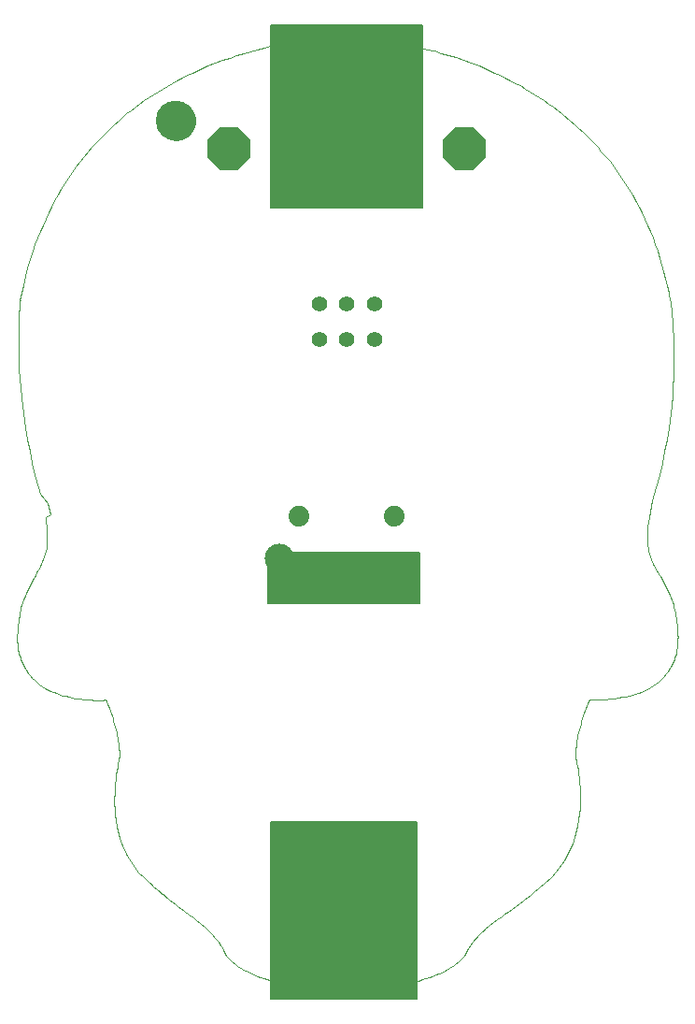
<source format=gbs>
G75*
%MOIN*%
%OFA0B0*%
%FSLAX25Y25*%
%IPPOS*%
%LPD*%
%AMOC8*
5,1,8,0,0,1.08239X$1,22.5*
%
%ADD10C,0.00394*%
%ADD11C,0.00600*%
%ADD12C,0.00000*%
%ADD13C,0.14180*%
%ADD14C,0.10400*%
%ADD15OC8,0.15400*%
%ADD16C,0.05500*%
%ADD17C,0.07400*%
D10*
X0044761Y0055133D02*
X0042859Y0059260D01*
X0042135Y0061350D01*
X0041053Y0065507D01*
X0040695Y0067573D01*
X0040476Y0069589D01*
X0040257Y0071604D01*
X0040176Y0073569D01*
X0040190Y0075445D01*
X0040204Y0077320D01*
X0040313Y0079106D01*
X0040472Y0080764D01*
X0040630Y0082423D01*
X0040840Y0083953D01*
X0041055Y0085316D01*
X0041271Y0086680D01*
X0041492Y0087877D01*
X0041676Y0088868D01*
X0041818Y0089637D01*
X0041888Y0090471D01*
X0041898Y0091351D01*
X0041907Y0092231D01*
X0041855Y0093157D01*
X0041754Y0094113D01*
X0041653Y0095068D01*
X0041503Y0096051D01*
X0041316Y0097046D01*
X0041128Y0098041D01*
X0040903Y0099046D01*
X0040652Y0100044D01*
X0040401Y0101043D01*
X0040124Y0102034D01*
X0039832Y0103000D01*
X0039541Y0103967D01*
X0039235Y0104908D01*
X0038927Y0105807D01*
X0038618Y0106705D01*
X0038307Y0107562D01*
X0038005Y0108357D01*
X0037703Y0109152D01*
X0037410Y0109887D01*
X0037137Y0110544D01*
X0037043Y0110539D01*
X0036947Y0110534D01*
X0036848Y0110530D01*
X0036749Y0110525D01*
X0036647Y0110521D01*
X0036544Y0110517D01*
X0036440Y0110513D01*
X0036334Y0110509D01*
X0036225Y0110505D01*
X0036117Y0110502D01*
X0036006Y0110498D01*
X0035893Y0110495D01*
X0035781Y0110492D01*
X0035666Y0110489D01*
X0035548Y0110487D01*
X0035431Y0110485D01*
X0035312Y0110483D01*
X0035191Y0110481D01*
X0035069Y0110479D01*
X0034946Y0110478D01*
X0034821Y0110477D01*
X0034695Y0110476D01*
X0034568Y0110476D01*
X0033686Y0110476D01*
X0032854Y0110492D01*
X0031961Y0110534D01*
X0031068Y0110576D01*
X0030115Y0110644D01*
X0029120Y0110748D01*
X0028125Y0110851D01*
X0027089Y0110990D01*
X0026029Y0111174D01*
X0024970Y0111357D01*
X0023887Y0111586D01*
X0022800Y0111869D01*
X0021713Y0112152D01*
X0020622Y0112490D01*
X0019545Y0112892D01*
X0018468Y0113294D01*
X0017406Y0113760D01*
X0015347Y0114839D01*
X0014351Y0115452D01*
X0013406Y0116149D01*
X0012462Y0116845D01*
X0011569Y0117625D01*
X0010747Y0118497D01*
X0010266Y0119009D01*
X0009817Y0119541D01*
X0009401Y0120094D01*
X0008985Y0120647D01*
X0008602Y0121220D01*
X0008252Y0121815D01*
X0007902Y0122409D01*
X0007585Y0123023D01*
X0007301Y0123658D01*
X0007017Y0124293D01*
X0006766Y0124948D01*
X0006549Y0125623D01*
X0006331Y0126298D01*
X0006146Y0126993D01*
X0005995Y0127708D01*
X0005844Y0128422D01*
X0005726Y0129156D01*
X0005557Y0130663D01*
X0005505Y0131436D01*
X0005488Y0132227D01*
X0005470Y0133019D01*
X0005486Y0133830D01*
X0005535Y0134659D01*
X0005613Y0135968D01*
X0005730Y0137195D01*
X0005878Y0138350D01*
X0006027Y0139505D01*
X0006209Y0140587D01*
X0006417Y0141607D01*
X0006626Y0142626D01*
X0006861Y0143582D01*
X0007119Y0144483D01*
X0007376Y0145385D01*
X0007656Y0146232D01*
X0008246Y0147835D01*
X0008558Y0148591D01*
X0008881Y0149311D01*
X0009203Y0150030D01*
X0009537Y0150714D01*
X0010214Y0152025D01*
X0010558Y0152652D01*
X0010902Y0153262D01*
X0011246Y0153871D01*
X0011590Y0154462D01*
X0011928Y0155043D01*
X0012398Y0155850D01*
X0012856Y0156637D01*
X0013286Y0157434D01*
X0013716Y0158230D01*
X0014119Y0159037D01*
X0014478Y0159885D01*
X0014838Y0160733D01*
X0015154Y0161623D01*
X0015413Y0162586D01*
X0015671Y0163548D01*
X0015871Y0164583D01*
X0016126Y0166862D01*
X0016179Y0168106D01*
X0016145Y0169484D01*
X0016110Y0170863D01*
X0015987Y0172378D01*
X0015760Y0174059D01*
X0015534Y0175740D01*
X0017203Y0176588D01*
X0016305Y0180681D01*
X0013737Y0183925D01*
X0013035Y0186399D01*
X0011796Y0190765D01*
X0010763Y0195073D01*
X0009904Y0199272D01*
X0009045Y0203471D01*
X0008360Y0207561D01*
X0007275Y0215420D01*
X0006875Y0218190D01*
X0006295Y0225306D01*
X0006115Y0228652D01*
X0006014Y0231736D01*
X0005913Y0234820D01*
X0005891Y0237641D01*
X0005915Y0240149D01*
X0005939Y0242656D01*
X0006010Y0244850D01*
X0006096Y0246679D01*
X0006182Y0248508D01*
X0006283Y0249971D01*
X0006367Y0251019D01*
X0006451Y0252066D01*
X0006518Y0252698D01*
X0006536Y0252862D01*
X0006535Y0252890D01*
X0006533Y0252919D01*
X0006532Y0252948D01*
X0006530Y0252976D01*
X0006528Y0253005D01*
X0006527Y0253034D01*
X0006525Y0253062D01*
X0006524Y0253091D01*
X0007017Y0255693D01*
X0007576Y0258249D01*
X0008824Y0263266D01*
X0009512Y0265727D01*
X0011020Y0270553D01*
X0011839Y0272918D01*
X0012723Y0275233D01*
X0013606Y0277549D01*
X0014555Y0279815D01*
X0015568Y0282032D01*
X0016582Y0284248D01*
X0017660Y0286414D01*
X0018803Y0288529D01*
X0019946Y0290644D01*
X0021154Y0292708D01*
X0023699Y0296732D01*
X0025036Y0298692D01*
X0026438Y0300599D01*
X0027839Y0302506D01*
X0029306Y0304359D01*
X0030836Y0306159D01*
X0032074Y0307614D01*
X0033350Y0309034D01*
X0034665Y0310419D01*
X0035979Y0311804D01*
X0037332Y0313154D01*
X0040115Y0315782D01*
X0041546Y0317060D01*
X0043014Y0318302D01*
X0044483Y0319544D01*
X0045990Y0320749D01*
X0049082Y0323087D01*
X0050667Y0324218D01*
X0052290Y0325313D01*
X0053914Y0326408D01*
X0055576Y0327465D01*
X0058977Y0329504D01*
X0060716Y0330485D01*
X0062495Y0331428D01*
X0064273Y0332372D01*
X0066090Y0333277D01*
X0067945Y0334143D01*
X0070648Y0335404D01*
X0073331Y0336539D01*
X0075973Y0337562D01*
X0078615Y0338585D01*
X0081215Y0339495D01*
X0083752Y0340304D01*
X0086290Y0341114D01*
X0088763Y0341823D01*
X0091151Y0342444D01*
X0093539Y0343065D01*
X0095841Y0343599D01*
X0100228Y0344514D01*
X0102314Y0344896D01*
X0104269Y0345215D01*
X0106224Y0345534D01*
X0108049Y0345790D01*
X0111393Y0346201D01*
X0112913Y0346356D01*
X0115601Y0346590D01*
X0116771Y0346668D01*
X0117743Y0346721D01*
X0117743Y0346809D01*
X0118212Y0346819D01*
X0118681Y0346830D01*
X0119150Y0346840D01*
X0119619Y0346850D01*
X0120088Y0346861D01*
X0120557Y0346871D01*
X0121026Y0346881D01*
X0121495Y0346892D01*
X0121764Y0346892D01*
X0122072Y0346882D01*
X0122379Y0346871D01*
X0122686Y0346861D01*
X0122993Y0346851D01*
X0123301Y0346841D01*
X0123608Y0346831D01*
X0123915Y0346821D01*
X0124222Y0346811D01*
X0124222Y0346726D01*
X0125194Y0346674D01*
X0126384Y0346597D01*
X0127764Y0346482D01*
X0129144Y0346367D01*
X0130715Y0346213D01*
X0134185Y0345806D01*
X0136084Y0345551D01*
X0138121Y0345233D01*
X0140159Y0344916D01*
X0142334Y0344535D01*
X0146907Y0343621D01*
X0149304Y0343088D01*
X0151787Y0342467D01*
X0154270Y0341846D01*
X0156838Y0341137D01*
X0159464Y0340326D01*
X0162090Y0339516D01*
X0164774Y0338604D01*
X0167491Y0337579D01*
X0170208Y0336554D01*
X0172956Y0335415D01*
X0175710Y0334151D01*
X0177595Y0333285D01*
X0179447Y0332381D01*
X0181266Y0331438D01*
X0183084Y0330496D01*
X0184869Y0329515D01*
X0186618Y0328496D01*
X0188368Y0327477D01*
X0190081Y0326420D01*
X0191757Y0325326D01*
X0193433Y0324231D01*
X0195071Y0323100D01*
X0196670Y0321931D01*
X0198269Y0320763D01*
X0199829Y0319558D01*
X0202866Y0317075D01*
X0204343Y0315797D01*
X0205777Y0314483D01*
X0207211Y0313169D01*
X0208601Y0311819D01*
X0209947Y0310434D01*
X0211293Y0309049D01*
X0212593Y0307629D01*
X0213847Y0306174D01*
X0215398Y0304374D01*
X0216885Y0302520D01*
X0218307Y0300613D01*
X0219729Y0298706D01*
X0221086Y0296746D01*
X0222378Y0294734D01*
X0223670Y0292722D01*
X0224896Y0290658D01*
X0226058Y0288542D01*
X0227219Y0286426D01*
X0228314Y0284260D01*
X0230373Y0279826D01*
X0231337Y0277559D01*
X0232233Y0275242D01*
X0233130Y0272926D01*
X0233961Y0270560D01*
X0234724Y0268146D01*
X0235487Y0265732D01*
X0236184Y0263270D01*
X0236813Y0260760D01*
X0237442Y0258251D01*
X0238003Y0255694D01*
X0238497Y0253091D01*
X0238502Y0253065D01*
X0238504Y0253052D01*
X0238506Y0253038D01*
X0238508Y0253025D01*
X0238511Y0253012D01*
X0238513Y0252999D01*
X0238515Y0252986D01*
X0238540Y0252821D01*
X0238634Y0252189D01*
X0238760Y0251139D01*
X0238886Y0250090D01*
X0239044Y0248623D01*
X0239349Y0244959D01*
X0239497Y0242761D01*
X0239602Y0240249D01*
X0239708Y0237737D01*
X0239771Y0234910D01*
X0239739Y0228731D01*
X0239644Y0225378D01*
X0239433Y0222813D01*
X0239222Y0219249D01*
X0238895Y0215473D01*
X0237934Y0207599D01*
X0237300Y0203501D01*
X0236477Y0199295D01*
X0235653Y0195088D01*
X0234639Y0190772D01*
X0233398Y0186399D01*
X0232697Y0183930D01*
X0232131Y0181691D01*
X0231685Y0179649D01*
X0231239Y0177607D01*
X0230912Y0175762D01*
X0230690Y0174084D01*
X0230467Y0172406D01*
X0230349Y0170895D01*
X0230290Y0168141D01*
X0230349Y0166900D01*
X0230483Y0165762D01*
X0230616Y0164624D01*
X0230823Y0163590D01*
X0231088Y0162629D01*
X0231353Y0161667D01*
X0231677Y0160779D01*
X0232410Y0159083D01*
X0232820Y0158277D01*
X0233695Y0156685D01*
X0234161Y0155899D01*
X0234639Y0155091D01*
X0234983Y0154510D01*
X0235334Y0153918D01*
X0235684Y0153308D01*
X0236034Y0152697D01*
X0236385Y0152068D01*
X0236730Y0151412D01*
X0237075Y0150755D01*
X0237415Y0150071D01*
X0237744Y0149350D01*
X0238072Y0148629D01*
X0238390Y0147871D01*
X0238691Y0147068D01*
X0238992Y0146264D01*
X0239276Y0145415D01*
X0239538Y0144511D01*
X0239800Y0143608D01*
X0240040Y0142649D01*
X0240252Y0141627D01*
X0240464Y0140605D01*
X0240648Y0139520D01*
X0240799Y0138361D01*
X0240950Y0137203D01*
X0241067Y0135472D01*
X0241195Y0133830D01*
X0241211Y0133021D01*
X0241193Y0132232D01*
X0241176Y0131444D01*
X0241125Y0130676D01*
X0240956Y0129181D01*
X0240838Y0128453D01*
X0240687Y0127746D01*
X0240536Y0127039D01*
X0240351Y0126352D01*
X0240134Y0125684D01*
X0239916Y0125017D01*
X0239665Y0124370D01*
X0239382Y0123742D01*
X0239098Y0123115D01*
X0238781Y0122507D01*
X0238431Y0121918D01*
X0238081Y0121330D01*
X0237698Y0120761D01*
X0236866Y0119662D01*
X0236417Y0119131D01*
X0235936Y0118620D01*
X0235114Y0117748D01*
X0234222Y0116971D01*
X0233278Y0116278D01*
X0232334Y0115585D01*
X0231338Y0114977D01*
X0230309Y0114443D01*
X0229280Y0113909D01*
X0228218Y0113450D01*
X0227142Y0113056D01*
X0226065Y0112661D01*
X0224974Y0112332D01*
X0222801Y0111781D01*
X0221719Y0111560D01*
X0219601Y0111207D01*
X0218565Y0111075D01*
X0217570Y0110978D01*
X0216575Y0110880D01*
X0215623Y0110817D01*
X0214730Y0110778D01*
X0213838Y0110740D01*
X0213006Y0110725D01*
X0212121Y0110725D01*
X0211994Y0110724D01*
X0211868Y0110721D01*
X0211743Y0110719D01*
X0211619Y0110715D01*
X0211376Y0110707D01*
X0211257Y0110702D01*
X0211139Y0110697D01*
X0211022Y0110692D01*
X0210907Y0110687D01*
X0210794Y0110683D01*
X0210681Y0110678D01*
X0210570Y0110673D01*
X0210461Y0110670D01*
X0210353Y0110666D01*
X0210246Y0110663D01*
X0210142Y0110661D01*
X0210038Y0110659D01*
X0209937Y0110659D01*
X0209838Y0110660D01*
X0209739Y0110661D01*
X0209642Y0110664D01*
X0209548Y0110669D01*
X0209273Y0110013D01*
X0208978Y0109277D01*
X0208674Y0108478D01*
X0208369Y0107680D01*
X0208056Y0106820D01*
X0207745Y0105916D01*
X0207434Y0105012D01*
X0207126Y0104064D01*
X0206832Y0103091D01*
X0206538Y0102118D01*
X0206258Y0101120D01*
X0205751Y0099108D01*
X0205524Y0098096D01*
X0205334Y0097094D01*
X0205144Y0096093D01*
X0204992Y0095103D01*
X0204890Y0094142D01*
X0204787Y0093182D01*
X0204735Y0092251D01*
X0204743Y0091367D01*
X0204751Y0090484D01*
X0204821Y0089649D01*
X0204963Y0088880D01*
X0205128Y0087987D01*
X0205336Y0086867D01*
X0205540Y0085562D01*
X0205744Y0084256D01*
X0205946Y0082765D01*
X0206099Y0081131D01*
X0206252Y0079497D01*
X0206356Y0077719D01*
X0206367Y0075842D01*
X0206378Y0073964D01*
X0206296Y0071986D01*
X0206074Y0069950D01*
X0205853Y0067914D01*
X0205492Y0065819D01*
X0204403Y0061600D01*
X0203674Y0059474D01*
X0202716Y0057376D01*
X0201758Y0055278D01*
X0200571Y0053206D01*
X0197646Y0049202D01*
X0195909Y0047269D01*
X0193852Y0045448D01*
X0193157Y0044833D01*
X0192477Y0044243D01*
X0191142Y0043107D01*
X0190487Y0042562D01*
X0189846Y0042037D01*
X0189204Y0041512D01*
X0188575Y0041007D01*
X0187341Y0040032D01*
X0186736Y0039563D01*
X0185548Y0038655D01*
X0184966Y0038216D01*
X0184394Y0037791D01*
X0183822Y0037366D01*
X0183261Y0036954D01*
X0182158Y0036151D01*
X0181616Y0035761D01*
X0181084Y0035379D01*
X0180552Y0034997D01*
X0180029Y0034623D01*
X0179514Y0034256D01*
X0178709Y0033680D01*
X0177937Y0033129D01*
X0177198Y0032594D01*
X0176458Y0032059D01*
X0175750Y0031539D01*
X0175073Y0031026D01*
X0174395Y0030514D01*
X0173748Y0030008D01*
X0172508Y0028993D01*
X0171915Y0028484D01*
X0171349Y0027964D01*
X0170782Y0027445D01*
X0170241Y0026915D01*
X0169724Y0026366D01*
X0169206Y0025817D01*
X0168712Y0025249D01*
X0168240Y0024652D01*
X0167767Y0024056D01*
X0167316Y0023433D01*
X0166452Y0022112D01*
X0166039Y0021415D01*
X0165643Y0020673D01*
X0165306Y0020041D01*
X0164893Y0019428D01*
X0164402Y0018833D01*
X0163912Y0018239D01*
X0163345Y0017664D01*
X0162701Y0017107D01*
X0162056Y0016550D01*
X0161333Y0016011D01*
X0159731Y0014970D01*
X0158852Y0014467D01*
X0157893Y0013982D01*
X0156934Y0013497D01*
X0155895Y0013029D01*
X0154777Y0012578D01*
X0153658Y0012128D01*
X0152459Y0011695D01*
X0149899Y0010861D01*
X0148538Y0010461D01*
X0147095Y0010077D01*
X0145652Y0009693D01*
X0144127Y0009326D01*
X0142519Y0008974D01*
X0141639Y0008782D01*
X0140762Y0008601D01*
X0139025Y0008259D01*
X0138165Y0008099D01*
X0137319Y0007948D01*
X0136473Y0007798D01*
X0135641Y0007658D01*
X0134829Y0007527D01*
X0134017Y0007397D01*
X0133225Y0007276D01*
X0131691Y0007052D01*
X0130949Y0006949D01*
X0130238Y0006854D01*
X0129527Y0006759D01*
X0128847Y0006673D01*
X0127560Y0006517D01*
X0126954Y0006447D01*
X0126389Y0006385D01*
X0125824Y0006322D01*
X0125301Y0006267D01*
X0124826Y0006220D01*
X0124033Y0006149D01*
X0123637Y0006113D01*
X0123241Y0006078D01*
X0122053Y0005972D01*
X0121657Y0005937D01*
X0120864Y0006012D01*
X0120467Y0006050D01*
X0119673Y0006126D01*
X0119277Y0006164D01*
X0118483Y0006239D01*
X0117999Y0006290D01*
X0117477Y0006347D01*
X0116923Y0006412D01*
X0116368Y0006476D01*
X0115780Y0006548D01*
X0115163Y0006627D01*
X0114546Y0006706D01*
X0113900Y0006793D01*
X0113229Y0006888D01*
X0112558Y0006983D01*
X0111862Y0007087D01*
X0111145Y0007198D01*
X0110428Y0007310D01*
X0109690Y0007430D01*
X0108180Y0007689D01*
X0107408Y0007827D01*
X0106623Y0007975D01*
X0105838Y0008123D01*
X0105040Y0008281D01*
X0104233Y0008448D01*
X0103426Y0008615D01*
X0102610Y0008793D01*
X0101789Y0008981D01*
X0100247Y0009333D01*
X0098783Y0009702D01*
X0097397Y0010086D01*
X0096012Y0010471D01*
X0094704Y0010872D01*
X0093473Y0011289D01*
X0092242Y0011706D01*
X0091088Y0012139D01*
X0090010Y0012590D01*
X0088932Y0013041D01*
X0087931Y0013508D01*
X0087005Y0013993D01*
X0086078Y0014478D01*
X0085227Y0014980D01*
X0084451Y0015500D01*
X0083675Y0016020D01*
X0082973Y0016558D01*
X0082345Y0017114D01*
X0081717Y0017670D01*
X0081163Y0018244D01*
X0080682Y0018837D01*
X0080200Y0019429D01*
X0079792Y0020041D01*
X0079456Y0020671D01*
X0079036Y0021459D01*
X0078606Y0022195D01*
X0078163Y0022890D01*
X0077720Y0023585D01*
X0077263Y0024239D01*
X0076788Y0024863D01*
X0076314Y0025487D01*
X0075822Y0026080D01*
X0075308Y0026652D01*
X0074795Y0027225D01*
X0074260Y0027777D01*
X0073700Y0028319D01*
X0073140Y0028861D01*
X0072554Y0029393D01*
X0071940Y0029925D01*
X0071325Y0030458D01*
X0070681Y0030990D01*
X0069327Y0032076D01*
X0068617Y0032629D01*
X0067870Y0033203D01*
X0067123Y0033777D01*
X0066339Y0034372D01*
X0065514Y0034998D01*
X0065055Y0035346D01*
X0064589Y0035700D01*
X0064114Y0036061D01*
X0063639Y0036423D01*
X0063156Y0036792D01*
X0062663Y0037170D01*
X0062171Y0037549D01*
X0061669Y0037938D01*
X0061156Y0038338D01*
X0060644Y0038738D01*
X0060121Y0039149D01*
X0059054Y0039999D01*
X0058509Y0040438D01*
X0057953Y0040891D01*
X0057396Y0041345D01*
X0056827Y0041814D01*
X0056246Y0042301D01*
X0055664Y0042787D01*
X0055070Y0043291D01*
X0054462Y0043814D01*
X0053854Y0044337D01*
X0053232Y0044879D01*
X0052596Y0045442D01*
X0050559Y0047245D01*
X0048839Y0049152D01*
X0047389Y0051124D01*
X0045940Y0053095D01*
X0044761Y0055133D01*
D11*
X0096100Y0055316D02*
X0148100Y0055316D01*
X0148100Y0055914D02*
X0096100Y0055914D01*
X0096100Y0056513D02*
X0148100Y0056513D01*
X0148100Y0057111D02*
X0096100Y0057111D01*
X0096100Y0057710D02*
X0148100Y0057710D01*
X0148100Y0058308D02*
X0096100Y0058308D01*
X0096100Y0058907D02*
X0148100Y0058907D01*
X0148100Y0059505D02*
X0096100Y0059505D01*
X0096100Y0060104D02*
X0148100Y0060104D01*
X0148100Y0060702D02*
X0096100Y0060702D01*
X0096100Y0061301D02*
X0148100Y0061301D01*
X0148100Y0061899D02*
X0096100Y0061899D01*
X0096100Y0062498D02*
X0148100Y0062498D01*
X0148100Y0063096D02*
X0096100Y0063096D01*
X0096100Y0063695D02*
X0148100Y0063695D01*
X0148100Y0064293D02*
X0096100Y0064293D01*
X0096100Y0064892D02*
X0148100Y0064892D01*
X0148100Y0065490D02*
X0096100Y0065490D01*
X0096100Y0066089D02*
X0148100Y0066089D01*
X0148100Y0066687D02*
X0096100Y0066687D01*
X0096100Y0067000D02*
X0096100Y0004000D01*
X0148100Y0004000D01*
X0148100Y0067000D01*
X0096100Y0067000D01*
X0096100Y0054717D02*
X0148100Y0054717D01*
X0148100Y0054119D02*
X0096100Y0054119D01*
X0096100Y0053520D02*
X0148100Y0053520D01*
X0148100Y0052922D02*
X0096100Y0052922D01*
X0096100Y0052323D02*
X0148100Y0052323D01*
X0148100Y0051725D02*
X0096100Y0051725D01*
X0096100Y0051126D02*
X0148100Y0051126D01*
X0148100Y0050528D02*
X0096100Y0050528D01*
X0096100Y0049929D02*
X0148100Y0049929D01*
X0148100Y0049331D02*
X0096100Y0049331D01*
X0096100Y0048732D02*
X0148100Y0048732D01*
X0148100Y0048134D02*
X0096100Y0048134D01*
X0096100Y0047535D02*
X0148100Y0047535D01*
X0148100Y0046937D02*
X0096100Y0046937D01*
X0096100Y0046338D02*
X0148100Y0046338D01*
X0148100Y0045739D02*
X0096100Y0045739D01*
X0096100Y0045141D02*
X0148100Y0045141D01*
X0148100Y0044542D02*
X0096100Y0044542D01*
X0096100Y0043944D02*
X0148100Y0043944D01*
X0148100Y0043345D02*
X0096100Y0043345D01*
X0096100Y0042747D02*
X0148100Y0042747D01*
X0148100Y0042148D02*
X0096100Y0042148D01*
X0096100Y0041550D02*
X0148100Y0041550D01*
X0148100Y0040951D02*
X0096100Y0040951D01*
X0096100Y0040353D02*
X0148100Y0040353D01*
X0148100Y0039754D02*
X0096100Y0039754D01*
X0096100Y0039156D02*
X0148100Y0039156D01*
X0148100Y0038557D02*
X0096100Y0038557D01*
X0096100Y0037959D02*
X0148100Y0037959D01*
X0148100Y0037360D02*
X0096100Y0037360D01*
X0096100Y0036762D02*
X0148100Y0036762D01*
X0148100Y0036163D02*
X0096100Y0036163D01*
X0096100Y0035565D02*
X0148100Y0035565D01*
X0148100Y0034966D02*
X0096100Y0034966D01*
X0096100Y0034368D02*
X0148100Y0034368D01*
X0148100Y0033769D02*
X0096100Y0033769D01*
X0096100Y0033171D02*
X0148100Y0033171D01*
X0148100Y0032572D02*
X0096100Y0032572D01*
X0096100Y0031974D02*
X0148100Y0031974D01*
X0148100Y0031375D02*
X0096100Y0031375D01*
X0096100Y0030777D02*
X0148100Y0030777D01*
X0148100Y0030178D02*
X0096100Y0030178D01*
X0096100Y0029580D02*
X0148100Y0029580D01*
X0148100Y0028981D02*
X0096100Y0028981D01*
X0096100Y0028383D02*
X0148100Y0028383D01*
X0148100Y0027784D02*
X0096100Y0027784D01*
X0096100Y0027186D02*
X0148100Y0027186D01*
X0148100Y0026587D02*
X0096100Y0026587D01*
X0096100Y0025989D02*
X0148100Y0025989D01*
X0148100Y0025390D02*
X0096100Y0025390D01*
X0096100Y0024792D02*
X0148100Y0024792D01*
X0148100Y0024193D02*
X0096100Y0024193D01*
X0096100Y0023595D02*
X0148100Y0023595D01*
X0148100Y0022996D02*
X0096100Y0022996D01*
X0096100Y0022398D02*
X0148100Y0022398D01*
X0148100Y0021799D02*
X0096100Y0021799D01*
X0096100Y0021201D02*
X0148100Y0021201D01*
X0148100Y0020602D02*
X0096100Y0020602D01*
X0096100Y0020003D02*
X0148100Y0020003D01*
X0148100Y0019405D02*
X0096100Y0019405D01*
X0096100Y0018806D02*
X0148100Y0018806D01*
X0148100Y0018208D02*
X0096100Y0018208D01*
X0096100Y0017609D02*
X0148100Y0017609D01*
X0148100Y0017011D02*
X0096100Y0017011D01*
X0096100Y0016412D02*
X0148100Y0016412D01*
X0148100Y0015814D02*
X0096100Y0015814D01*
X0096100Y0015215D02*
X0148100Y0015215D01*
X0148100Y0014617D02*
X0096100Y0014617D01*
X0096100Y0014018D02*
X0148100Y0014018D01*
X0148100Y0013420D02*
X0096100Y0013420D01*
X0096100Y0012821D02*
X0148100Y0012821D01*
X0148100Y0012223D02*
X0096100Y0012223D01*
X0096100Y0011624D02*
X0148100Y0011624D01*
X0148100Y0011026D02*
X0096100Y0011026D01*
X0096100Y0010427D02*
X0148100Y0010427D01*
X0148100Y0009829D02*
X0096100Y0009829D01*
X0096100Y0009230D02*
X0148100Y0009230D01*
X0148100Y0008632D02*
X0096100Y0008632D01*
X0096100Y0008033D02*
X0148100Y0008033D01*
X0148100Y0007435D02*
X0096100Y0007435D01*
X0096100Y0006836D02*
X0148100Y0006836D01*
X0148100Y0006238D02*
X0096100Y0006238D01*
X0096100Y0005639D02*
X0148100Y0005639D01*
X0148100Y0005041D02*
X0096100Y0005041D01*
X0096100Y0004442D02*
X0148100Y0004442D01*
X0149100Y0145000D02*
X0095100Y0145000D01*
X0095100Y0163000D01*
X0149100Y0163000D01*
X0149100Y0145000D01*
X0149100Y0145092D02*
X0095100Y0145092D01*
X0095100Y0145691D02*
X0149100Y0145691D01*
X0149100Y0146289D02*
X0095100Y0146289D01*
X0095100Y0146888D02*
X0149100Y0146888D01*
X0149100Y0147486D02*
X0095100Y0147486D01*
X0095100Y0148085D02*
X0149100Y0148085D01*
X0149100Y0148683D02*
X0095100Y0148683D01*
X0095100Y0149282D02*
X0149100Y0149282D01*
X0149100Y0149880D02*
X0095100Y0149880D01*
X0095100Y0150479D02*
X0149100Y0150479D01*
X0149100Y0151077D02*
X0095100Y0151077D01*
X0095100Y0151676D02*
X0149100Y0151676D01*
X0149100Y0152274D02*
X0095100Y0152274D01*
X0095100Y0152873D02*
X0149100Y0152873D01*
X0149100Y0153472D02*
X0095100Y0153472D01*
X0095100Y0154070D02*
X0149100Y0154070D01*
X0149100Y0154669D02*
X0095100Y0154669D01*
X0095100Y0155267D02*
X0149100Y0155267D01*
X0149100Y0155866D02*
X0095100Y0155866D01*
X0095100Y0156464D02*
X0149100Y0156464D01*
X0149100Y0157063D02*
X0095100Y0157063D01*
X0095100Y0157661D02*
X0149100Y0157661D01*
X0149100Y0158260D02*
X0095100Y0158260D01*
X0095100Y0158858D02*
X0149100Y0158858D01*
X0149100Y0159457D02*
X0095100Y0159457D01*
X0095100Y0160055D02*
X0149100Y0160055D01*
X0149100Y0160654D02*
X0095100Y0160654D01*
X0095100Y0161252D02*
X0149100Y0161252D01*
X0149100Y0161851D02*
X0095100Y0161851D01*
X0095100Y0162449D02*
X0149100Y0162449D01*
X0150100Y0286000D02*
X0096100Y0286000D01*
X0096100Y0351000D01*
X0150100Y0351000D01*
X0150100Y0286000D01*
X0150100Y0286341D02*
X0096100Y0286341D01*
X0096100Y0286940D02*
X0150100Y0286940D01*
X0150100Y0287538D02*
X0096100Y0287538D01*
X0096100Y0288137D02*
X0150100Y0288137D01*
X0150100Y0288735D02*
X0096100Y0288735D01*
X0096100Y0289334D02*
X0150100Y0289334D01*
X0150100Y0289932D02*
X0096100Y0289932D01*
X0096100Y0290531D02*
X0150100Y0290531D01*
X0150100Y0291129D02*
X0096100Y0291129D01*
X0096100Y0291728D02*
X0150100Y0291728D01*
X0150100Y0292326D02*
X0096100Y0292326D01*
X0096100Y0292925D02*
X0150100Y0292925D01*
X0150100Y0293523D02*
X0096100Y0293523D01*
X0096100Y0294122D02*
X0150100Y0294122D01*
X0150100Y0294720D02*
X0096100Y0294720D01*
X0096100Y0295319D02*
X0150100Y0295319D01*
X0150100Y0295917D02*
X0096100Y0295917D01*
X0096100Y0296516D02*
X0150100Y0296516D01*
X0150100Y0297114D02*
X0096100Y0297114D01*
X0096100Y0297713D02*
X0150100Y0297713D01*
X0150100Y0298311D02*
X0096100Y0298311D01*
X0096100Y0298910D02*
X0150100Y0298910D01*
X0150100Y0299508D02*
X0096100Y0299508D01*
X0096100Y0300107D02*
X0150100Y0300107D01*
X0150100Y0300705D02*
X0096100Y0300705D01*
X0096100Y0301304D02*
X0150100Y0301304D01*
X0150100Y0301902D02*
X0096100Y0301902D01*
X0096100Y0302501D02*
X0150100Y0302501D01*
X0150100Y0303099D02*
X0096100Y0303099D01*
X0096100Y0303698D02*
X0150100Y0303698D01*
X0150100Y0304296D02*
X0096100Y0304296D01*
X0096100Y0304895D02*
X0150100Y0304895D01*
X0150100Y0305493D02*
X0096100Y0305493D01*
X0096100Y0306092D02*
X0150100Y0306092D01*
X0150100Y0306690D02*
X0096100Y0306690D01*
X0096100Y0307289D02*
X0150100Y0307289D01*
X0150100Y0307887D02*
X0096100Y0307887D01*
X0096100Y0308486D02*
X0150100Y0308486D01*
X0150100Y0309084D02*
X0096100Y0309084D01*
X0096100Y0309683D02*
X0150100Y0309683D01*
X0150100Y0310281D02*
X0096100Y0310281D01*
X0096100Y0310880D02*
X0150100Y0310880D01*
X0150100Y0311479D02*
X0096100Y0311479D01*
X0096100Y0312077D02*
X0150100Y0312077D01*
X0150100Y0312676D02*
X0096100Y0312676D01*
X0096100Y0313274D02*
X0150100Y0313274D01*
X0150100Y0313873D02*
X0096100Y0313873D01*
X0096100Y0314471D02*
X0150100Y0314471D01*
X0150100Y0315070D02*
X0096100Y0315070D01*
X0096100Y0315668D02*
X0150100Y0315668D01*
X0150100Y0316267D02*
X0096100Y0316267D01*
X0096100Y0316865D02*
X0150100Y0316865D01*
X0150100Y0317464D02*
X0096100Y0317464D01*
X0096100Y0318062D02*
X0150100Y0318062D01*
X0150100Y0318661D02*
X0096100Y0318661D01*
X0096100Y0319259D02*
X0150100Y0319259D01*
X0150100Y0319858D02*
X0096100Y0319858D01*
X0096100Y0320456D02*
X0150100Y0320456D01*
X0150100Y0321055D02*
X0096100Y0321055D01*
X0096100Y0321653D02*
X0150100Y0321653D01*
X0150100Y0322252D02*
X0096100Y0322252D01*
X0096100Y0322850D02*
X0150100Y0322850D01*
X0150100Y0323449D02*
X0096100Y0323449D01*
X0096100Y0324047D02*
X0150100Y0324047D01*
X0150100Y0324646D02*
X0096100Y0324646D01*
X0096100Y0325244D02*
X0150100Y0325244D01*
X0150100Y0325843D02*
X0096100Y0325843D01*
X0096100Y0326441D02*
X0150100Y0326441D01*
X0150100Y0327040D02*
X0096100Y0327040D01*
X0096100Y0327638D02*
X0150100Y0327638D01*
X0150100Y0328237D02*
X0096100Y0328237D01*
X0096100Y0328835D02*
X0150100Y0328835D01*
X0150100Y0329434D02*
X0096100Y0329434D01*
X0096100Y0330032D02*
X0150100Y0330032D01*
X0150100Y0330631D02*
X0096100Y0330631D01*
X0096100Y0331229D02*
X0150100Y0331229D01*
X0150100Y0331828D02*
X0096100Y0331828D01*
X0096100Y0332426D02*
X0150100Y0332426D01*
X0150100Y0333025D02*
X0096100Y0333025D01*
X0096100Y0333623D02*
X0150100Y0333623D01*
X0150100Y0334222D02*
X0096100Y0334222D01*
X0096100Y0334820D02*
X0150100Y0334820D01*
X0150100Y0335419D02*
X0096100Y0335419D01*
X0096100Y0336017D02*
X0150100Y0336017D01*
X0150100Y0336616D02*
X0096100Y0336616D01*
X0096100Y0337214D02*
X0150100Y0337214D01*
X0150100Y0337813D02*
X0096100Y0337813D01*
X0096100Y0338412D02*
X0150100Y0338412D01*
X0150100Y0339010D02*
X0096100Y0339010D01*
X0096100Y0339609D02*
X0150100Y0339609D01*
X0150100Y0340207D02*
X0096100Y0340207D01*
X0096100Y0340806D02*
X0150100Y0340806D01*
X0150100Y0341404D02*
X0096100Y0341404D01*
X0096100Y0342003D02*
X0150100Y0342003D01*
X0150100Y0342601D02*
X0096100Y0342601D01*
X0096100Y0343200D02*
X0150100Y0343200D01*
X0150100Y0343798D02*
X0096100Y0343798D01*
X0096100Y0344397D02*
X0150100Y0344397D01*
X0150100Y0344995D02*
X0096100Y0344995D01*
X0096100Y0345594D02*
X0150100Y0345594D01*
X0150100Y0346192D02*
X0096100Y0346192D01*
X0096100Y0346791D02*
X0150100Y0346791D01*
X0150100Y0347389D02*
X0096100Y0347389D01*
X0096100Y0347988D02*
X0150100Y0347988D01*
X0150100Y0348586D02*
X0096100Y0348586D01*
X0096100Y0349185D02*
X0150100Y0349185D01*
X0150100Y0349783D02*
X0096100Y0349783D01*
X0096100Y0350382D02*
X0150100Y0350382D01*
X0150100Y0350980D02*
X0096100Y0350980D01*
D12*
X0055210Y0317000D02*
X0055212Y0317169D01*
X0055218Y0317338D01*
X0055229Y0317507D01*
X0055243Y0317675D01*
X0055262Y0317843D01*
X0055285Y0318011D01*
X0055311Y0318178D01*
X0055342Y0318344D01*
X0055377Y0318510D01*
X0055416Y0318674D01*
X0055460Y0318838D01*
X0055507Y0319000D01*
X0055558Y0319161D01*
X0055613Y0319321D01*
X0055672Y0319480D01*
X0055734Y0319637D01*
X0055801Y0319792D01*
X0055872Y0319946D01*
X0055946Y0320098D01*
X0056024Y0320248D01*
X0056105Y0320396D01*
X0056190Y0320542D01*
X0056279Y0320686D01*
X0056371Y0320828D01*
X0056467Y0320967D01*
X0056566Y0321104D01*
X0056668Y0321239D01*
X0056774Y0321371D01*
X0056883Y0321500D01*
X0056995Y0321627D01*
X0057110Y0321751D01*
X0057228Y0321872D01*
X0057349Y0321990D01*
X0057473Y0322105D01*
X0057600Y0322217D01*
X0057729Y0322326D01*
X0057861Y0322432D01*
X0057996Y0322534D01*
X0058133Y0322633D01*
X0058272Y0322729D01*
X0058414Y0322821D01*
X0058558Y0322910D01*
X0058704Y0322995D01*
X0058852Y0323076D01*
X0059002Y0323154D01*
X0059154Y0323228D01*
X0059308Y0323299D01*
X0059463Y0323366D01*
X0059620Y0323428D01*
X0059779Y0323487D01*
X0059939Y0323542D01*
X0060100Y0323593D01*
X0060262Y0323640D01*
X0060426Y0323684D01*
X0060590Y0323723D01*
X0060756Y0323758D01*
X0060922Y0323789D01*
X0061089Y0323815D01*
X0061257Y0323838D01*
X0061425Y0323857D01*
X0061593Y0323871D01*
X0061762Y0323882D01*
X0061931Y0323888D01*
X0062100Y0323890D01*
X0062269Y0323888D01*
X0062438Y0323882D01*
X0062607Y0323871D01*
X0062775Y0323857D01*
X0062943Y0323838D01*
X0063111Y0323815D01*
X0063278Y0323789D01*
X0063444Y0323758D01*
X0063610Y0323723D01*
X0063774Y0323684D01*
X0063938Y0323640D01*
X0064100Y0323593D01*
X0064261Y0323542D01*
X0064421Y0323487D01*
X0064580Y0323428D01*
X0064737Y0323366D01*
X0064892Y0323299D01*
X0065046Y0323228D01*
X0065198Y0323154D01*
X0065348Y0323076D01*
X0065496Y0322995D01*
X0065642Y0322910D01*
X0065786Y0322821D01*
X0065928Y0322729D01*
X0066067Y0322633D01*
X0066204Y0322534D01*
X0066339Y0322432D01*
X0066471Y0322326D01*
X0066600Y0322217D01*
X0066727Y0322105D01*
X0066851Y0321990D01*
X0066972Y0321872D01*
X0067090Y0321751D01*
X0067205Y0321627D01*
X0067317Y0321500D01*
X0067426Y0321371D01*
X0067532Y0321239D01*
X0067634Y0321104D01*
X0067733Y0320967D01*
X0067829Y0320828D01*
X0067921Y0320686D01*
X0068010Y0320542D01*
X0068095Y0320396D01*
X0068176Y0320248D01*
X0068254Y0320098D01*
X0068328Y0319946D01*
X0068399Y0319792D01*
X0068466Y0319637D01*
X0068528Y0319480D01*
X0068587Y0319321D01*
X0068642Y0319161D01*
X0068693Y0319000D01*
X0068740Y0318838D01*
X0068784Y0318674D01*
X0068823Y0318510D01*
X0068858Y0318344D01*
X0068889Y0318178D01*
X0068915Y0318011D01*
X0068938Y0317843D01*
X0068957Y0317675D01*
X0068971Y0317507D01*
X0068982Y0317338D01*
X0068988Y0317169D01*
X0068990Y0317000D01*
X0068988Y0316831D01*
X0068982Y0316662D01*
X0068971Y0316493D01*
X0068957Y0316325D01*
X0068938Y0316157D01*
X0068915Y0315989D01*
X0068889Y0315822D01*
X0068858Y0315656D01*
X0068823Y0315490D01*
X0068784Y0315326D01*
X0068740Y0315162D01*
X0068693Y0315000D01*
X0068642Y0314839D01*
X0068587Y0314679D01*
X0068528Y0314520D01*
X0068466Y0314363D01*
X0068399Y0314208D01*
X0068328Y0314054D01*
X0068254Y0313902D01*
X0068176Y0313752D01*
X0068095Y0313604D01*
X0068010Y0313458D01*
X0067921Y0313314D01*
X0067829Y0313172D01*
X0067733Y0313033D01*
X0067634Y0312896D01*
X0067532Y0312761D01*
X0067426Y0312629D01*
X0067317Y0312500D01*
X0067205Y0312373D01*
X0067090Y0312249D01*
X0066972Y0312128D01*
X0066851Y0312010D01*
X0066727Y0311895D01*
X0066600Y0311783D01*
X0066471Y0311674D01*
X0066339Y0311568D01*
X0066204Y0311466D01*
X0066067Y0311367D01*
X0065928Y0311271D01*
X0065786Y0311179D01*
X0065642Y0311090D01*
X0065496Y0311005D01*
X0065348Y0310924D01*
X0065198Y0310846D01*
X0065046Y0310772D01*
X0064892Y0310701D01*
X0064737Y0310634D01*
X0064580Y0310572D01*
X0064421Y0310513D01*
X0064261Y0310458D01*
X0064100Y0310407D01*
X0063938Y0310360D01*
X0063774Y0310316D01*
X0063610Y0310277D01*
X0063444Y0310242D01*
X0063278Y0310211D01*
X0063111Y0310185D01*
X0062943Y0310162D01*
X0062775Y0310143D01*
X0062607Y0310129D01*
X0062438Y0310118D01*
X0062269Y0310112D01*
X0062100Y0310110D01*
X0061931Y0310112D01*
X0061762Y0310118D01*
X0061593Y0310129D01*
X0061425Y0310143D01*
X0061257Y0310162D01*
X0061089Y0310185D01*
X0060922Y0310211D01*
X0060756Y0310242D01*
X0060590Y0310277D01*
X0060426Y0310316D01*
X0060262Y0310360D01*
X0060100Y0310407D01*
X0059939Y0310458D01*
X0059779Y0310513D01*
X0059620Y0310572D01*
X0059463Y0310634D01*
X0059308Y0310701D01*
X0059154Y0310772D01*
X0059002Y0310846D01*
X0058852Y0310924D01*
X0058704Y0311005D01*
X0058558Y0311090D01*
X0058414Y0311179D01*
X0058272Y0311271D01*
X0058133Y0311367D01*
X0057996Y0311466D01*
X0057861Y0311568D01*
X0057729Y0311674D01*
X0057600Y0311783D01*
X0057473Y0311895D01*
X0057349Y0312010D01*
X0057228Y0312128D01*
X0057110Y0312249D01*
X0056995Y0312373D01*
X0056883Y0312500D01*
X0056774Y0312629D01*
X0056668Y0312761D01*
X0056566Y0312896D01*
X0056467Y0313033D01*
X0056371Y0313172D01*
X0056279Y0313314D01*
X0056190Y0313458D01*
X0056105Y0313604D01*
X0056024Y0313752D01*
X0055946Y0313902D01*
X0055872Y0314054D01*
X0055801Y0314208D01*
X0055734Y0314363D01*
X0055672Y0314520D01*
X0055613Y0314679D01*
X0055558Y0314839D01*
X0055507Y0315000D01*
X0055460Y0315162D01*
X0055416Y0315326D01*
X0055377Y0315490D01*
X0055342Y0315656D01*
X0055311Y0315822D01*
X0055285Y0315989D01*
X0055262Y0316157D01*
X0055243Y0316325D01*
X0055229Y0316493D01*
X0055218Y0316662D01*
X0055212Y0316831D01*
X0055210Y0317000D01*
D13*
X0062100Y0317000D03*
D14*
X0099100Y0161000D03*
X0142100Y0061000D03*
D15*
X0165100Y0307000D03*
X0081100Y0307000D03*
D16*
X0113257Y0251598D03*
X0123100Y0251598D03*
X0132943Y0251598D03*
X0132943Y0239000D03*
X0123100Y0239000D03*
X0113257Y0239000D03*
D17*
X0106100Y0176000D03*
X0140100Y0176000D03*
M02*

</source>
